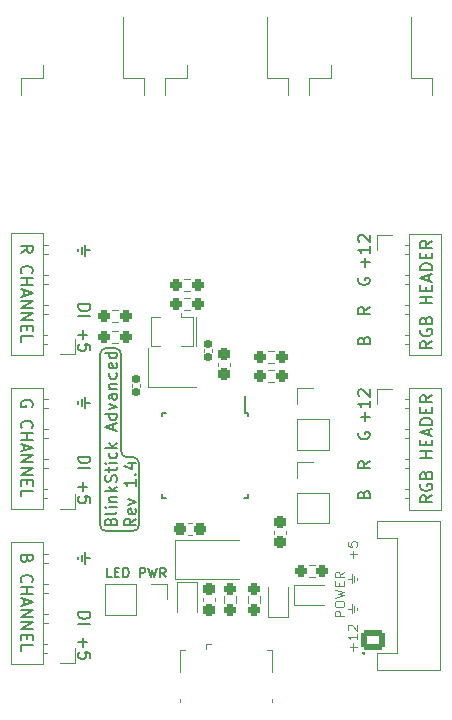
<source format=gto>
G04 #@! TF.GenerationSoftware,KiCad,Pcbnew,(6.0.10)*
G04 #@! TF.CreationDate,2023-08-15T16:43:45+01:00*
G04 #@! TF.ProjectId,BlinkStickAdvanced,426c696e-6b53-4746-9963-6b416476616e,1.4*
G04 #@! TF.SameCoordinates,Original*
G04 #@! TF.FileFunction,Legend,Top*
G04 #@! TF.FilePolarity,Positive*
%FSLAX46Y46*%
G04 Gerber Fmt 4.6, Leading zero omitted, Abs format (unit mm)*
G04 Created by KiCad (PCBNEW (6.0.10)) date 2023-08-15 16:43:45*
%MOMM*%
%LPD*%
G01*
G04 APERTURE LIST*
G04 Aperture macros list*
%AMRoundRect*
0 Rectangle with rounded corners*
0 $1 Rounding radius*
0 $2 $3 $4 $5 $6 $7 $8 $9 X,Y pos of 4 corners*
0 Add a 4 corners polygon primitive as box body*
4,1,4,$2,$3,$4,$5,$6,$7,$8,$9,$2,$3,0*
0 Add four circle primitives for the rounded corners*
1,1,$1+$1,$2,$3*
1,1,$1+$1,$4,$5*
1,1,$1+$1,$6,$7*
1,1,$1+$1,$8,$9*
0 Add four rect primitives between the rounded corners*
20,1,$1+$1,$2,$3,$4,$5,0*
20,1,$1+$1,$4,$5,$6,$7,0*
20,1,$1+$1,$6,$7,$8,$9,0*
20,1,$1+$1,$8,$9,$2,$3,0*%
G04 Aperture macros list end*
%ADD10C,0.150000*%
%ADD11C,0.120000*%
%ADD12RoundRect,0.250000X0.725000X-0.600000X0.725000X0.600000X-0.725000X0.600000X-0.725000X-0.600000X0*%
%ADD13O,1.950000X1.700000*%
%ADD14R,0.450000X0.600000*%
%ADD15R,1.700000X1.700000*%
%ADD16O,1.700000X1.700000*%
%ADD17O,1.200000X1.900000*%
%ADD18C,1.450000*%
%ADD19R,1.500000X1.900000*%
%ADD20R,1.200000X1.900000*%
%ADD21R,0.400000X1.350000*%
%ADD22RoundRect,0.237500X-0.250000X-0.237500X0.250000X-0.237500X0.250000X0.237500X-0.250000X0.237500X0*%
%ADD23C,4.700000*%
%ADD24R,1.400000X1.200000*%
%ADD25RoundRect,0.237500X-0.237500X0.300000X-0.237500X-0.300000X0.237500X-0.300000X0.237500X0.300000X0*%
%ADD26R,1.100000X4.600000*%
%ADD27R,10.800000X9.400000*%
%ADD28RoundRect,0.237500X0.237500X-0.250000X0.237500X0.250000X-0.237500X0.250000X-0.237500X-0.250000X0*%
%ADD29RoundRect,0.237500X-0.237500X0.250000X-0.237500X-0.250000X0.237500X-0.250000X0.237500X0.250000X0*%
%ADD30R,0.400000X1.900000*%
%ADD31RoundRect,0.237500X0.250000X0.237500X-0.250000X0.237500X-0.250000X-0.237500X0.250000X-0.237500X0*%
%ADD32R,1.600000X0.550000*%
%ADD33R,0.550000X1.600000*%
%ADD34RoundRect,0.237500X0.237500X-0.300000X0.237500X0.300000X-0.237500X0.300000X-0.237500X-0.300000X0*%
%ADD35RoundRect,0.237500X0.300000X0.237500X-0.300000X0.237500X-0.300000X-0.237500X0.300000X-0.237500X0*%
%ADD36R,2.500000X1.800000*%
%ADD37RoundRect,0.155000X0.155000X-0.212500X0.155000X0.212500X-0.155000X0.212500X-0.155000X-0.212500X0*%
%ADD38R,0.600000X0.450000*%
%ADD39RoundRect,0.155000X-0.155000X0.212500X-0.155000X-0.212500X0.155000X-0.212500X0.155000X0.212500X0*%
G04 APERTURE END LIST*
D10*
X46482010Y-78380790D02*
G75*
G03*
X46990000Y-78888790I507990J-10D01*
G01*
X49276000Y-78888800D02*
G75*
G03*
X49784000Y-78380790I0J508000D01*
G01*
X46482000Y-78380790D02*
X46482000Y-63906400D01*
X46990000Y-63398400D02*
G75*
G03*
X46482000Y-63906400I0J-508000D01*
G01*
X49784000Y-73152000D02*
G75*
G03*
X49276000Y-72644000I-508000J0D01*
G01*
X49276000Y-78888790D02*
X46990000Y-78888790D01*
X48260000Y-72136000D02*
G75*
G03*
X48768000Y-72644000I508000J0D01*
G01*
X48260000Y-63906400D02*
G75*
G03*
X47752000Y-63398400I-508000J0D01*
G01*
X46990000Y-63398400D02*
X47752000Y-63398400D01*
X48768000Y-72644000D02*
X49276000Y-72644000D01*
X49784000Y-73152000D02*
X49784000Y-78380790D01*
X48260000Y-63906400D02*
X48260000Y-72136000D01*
X68947028Y-69608033D02*
X68947028Y-68846128D01*
X69327980Y-69227080D02*
X68566076Y-69227080D01*
X69327980Y-67846128D02*
X69327980Y-68417557D01*
X69327980Y-68131842D02*
X68327980Y-68131842D01*
X68470838Y-68227080D01*
X68566076Y-68322319D01*
X68613695Y-68417557D01*
X68423219Y-67465176D02*
X68375600Y-67417557D01*
X68327980Y-67322319D01*
X68327980Y-67084223D01*
X68375600Y-66988985D01*
X68423219Y-66941366D01*
X68518457Y-66893747D01*
X68613695Y-66893747D01*
X68756552Y-66941366D01*
X69327980Y-67512795D01*
X69327980Y-66893747D01*
X45229447Y-80702209D02*
X45229447Y-81654590D01*
X44943733Y-80892685D02*
X44943733Y-81464114D01*
X45658019Y-81178400D02*
X45229447Y-81178400D01*
X44658019Y-81273638D02*
X44658019Y-81083161D01*
X74594980Y-62795771D02*
X74118790Y-63129104D01*
X74594980Y-63367200D02*
X73594980Y-63367200D01*
X73594980Y-62986247D01*
X73642600Y-62891009D01*
X73690219Y-62843390D01*
X73785457Y-62795771D01*
X73928314Y-62795771D01*
X74023552Y-62843390D01*
X74071171Y-62891009D01*
X74118790Y-62986247D01*
X74118790Y-63367200D01*
X73642600Y-61843390D02*
X73594980Y-61938628D01*
X73594980Y-62081485D01*
X73642600Y-62224342D01*
X73737838Y-62319580D01*
X73833076Y-62367200D01*
X74023552Y-62414819D01*
X74166409Y-62414819D01*
X74356885Y-62367200D01*
X74452123Y-62319580D01*
X74547361Y-62224342D01*
X74594980Y-62081485D01*
X74594980Y-61986247D01*
X74547361Y-61843390D01*
X74499742Y-61795771D01*
X74166409Y-61795771D01*
X74166409Y-61986247D01*
X74071171Y-61033866D02*
X74118790Y-60891009D01*
X74166409Y-60843390D01*
X74261647Y-60795771D01*
X74404504Y-60795771D01*
X74499742Y-60843390D01*
X74547361Y-60891009D01*
X74594980Y-60986247D01*
X74594980Y-61367200D01*
X73594980Y-61367200D01*
X73594980Y-61033866D01*
X73642600Y-60938628D01*
X73690219Y-60891009D01*
X73785457Y-60843390D01*
X73880695Y-60843390D01*
X73975933Y-60891009D01*
X74023552Y-60938628D01*
X74071171Y-61033866D01*
X74071171Y-61367200D01*
X74594980Y-59605295D02*
X73594980Y-59605295D01*
X74071171Y-59605295D02*
X74071171Y-59033866D01*
X74594980Y-59033866D02*
X73594980Y-59033866D01*
X74071171Y-58557676D02*
X74071171Y-58224342D01*
X74594980Y-58081485D02*
X74594980Y-58557676D01*
X73594980Y-58557676D01*
X73594980Y-58081485D01*
X74309266Y-57700533D02*
X74309266Y-57224342D01*
X74594980Y-57795771D02*
X73594980Y-57462438D01*
X74594980Y-57129104D01*
X74594980Y-56795771D02*
X73594980Y-56795771D01*
X73594980Y-56557676D01*
X73642600Y-56414819D01*
X73737838Y-56319580D01*
X73833076Y-56271961D01*
X74023552Y-56224342D01*
X74166409Y-56224342D01*
X74356885Y-56271961D01*
X74452123Y-56319580D01*
X74547361Y-56414819D01*
X74594980Y-56557676D01*
X74594980Y-56795771D01*
X74071171Y-55795771D02*
X74071171Y-55462438D01*
X74594980Y-55319580D02*
X74594980Y-55795771D01*
X73594980Y-55795771D01*
X73594980Y-55319580D01*
X74594980Y-54319580D02*
X74118790Y-54652914D01*
X74594980Y-54891009D02*
X73594980Y-54891009D01*
X73594980Y-54510057D01*
X73642600Y-54414819D01*
X73690219Y-54367200D01*
X73785457Y-54319580D01*
X73928314Y-54319580D01*
X74023552Y-54367200D01*
X74071171Y-54414819D01*
X74118790Y-54510057D01*
X74118790Y-54891009D01*
X44658019Y-59697400D02*
X45658019Y-59697400D01*
X45658019Y-59935495D01*
X45610400Y-60078352D01*
X45515161Y-60173590D01*
X45419923Y-60221209D01*
X45229447Y-60268828D01*
X45086590Y-60268828D01*
X44896114Y-60221209D01*
X44800876Y-60173590D01*
X44705638Y-60078352D01*
X44658019Y-59935495D01*
X44658019Y-59697400D01*
X44658019Y-60697400D02*
X45658019Y-60697400D01*
X69327980Y-59919276D02*
X68851790Y-60252609D01*
X69327980Y-60490704D02*
X68327980Y-60490704D01*
X68327980Y-60109752D01*
X68375600Y-60014514D01*
X68423219Y-59966895D01*
X68518457Y-59919276D01*
X68661314Y-59919276D01*
X68756552Y-59966895D01*
X68804171Y-60014514D01*
X68851790Y-60109752D01*
X68851790Y-60490704D01*
X47453809Y-82784904D02*
X47072857Y-82784904D01*
X47072857Y-81984904D01*
X47720476Y-82365857D02*
X47987142Y-82365857D01*
X48101428Y-82784904D02*
X47720476Y-82784904D01*
X47720476Y-81984904D01*
X48101428Y-81984904D01*
X48444285Y-82784904D02*
X48444285Y-81984904D01*
X48634761Y-81984904D01*
X48749047Y-82023000D01*
X48825238Y-82099190D01*
X48863333Y-82175380D01*
X48901428Y-82327761D01*
X48901428Y-82442047D01*
X48863333Y-82594428D01*
X48825238Y-82670619D01*
X48749047Y-82746809D01*
X48634761Y-82784904D01*
X48444285Y-82784904D01*
X49853809Y-82784904D02*
X49853809Y-81984904D01*
X50158571Y-81984904D01*
X50234761Y-82023000D01*
X50272857Y-82061095D01*
X50310952Y-82137285D01*
X50310952Y-82251571D01*
X50272857Y-82327761D01*
X50234761Y-82365857D01*
X50158571Y-82403952D01*
X49853809Y-82403952D01*
X50577619Y-81984904D02*
X50768095Y-82784904D01*
X50920476Y-82213476D01*
X51072857Y-82784904D01*
X51263333Y-81984904D01*
X52025238Y-82784904D02*
X51758571Y-82403952D01*
X51568095Y-82784904D02*
X51568095Y-81984904D01*
X51872857Y-81984904D01*
X51949047Y-82023000D01*
X51987142Y-82061095D01*
X52025238Y-82137285D01*
X52025238Y-82251571D01*
X51987142Y-82327761D01*
X51949047Y-82365857D01*
X51872857Y-82403952D01*
X51568095Y-82403952D01*
X47383571Y-78071071D02*
X47431190Y-77928214D01*
X47478809Y-77880595D01*
X47574047Y-77832976D01*
X47716904Y-77832976D01*
X47812142Y-77880595D01*
X47859761Y-77928214D01*
X47907380Y-78023452D01*
X47907380Y-78404404D01*
X46907380Y-78404404D01*
X46907380Y-78071071D01*
X46955000Y-77975833D01*
X47002619Y-77928214D01*
X47097857Y-77880595D01*
X47193095Y-77880595D01*
X47288333Y-77928214D01*
X47335952Y-77975833D01*
X47383571Y-78071071D01*
X47383571Y-78404404D01*
X47907380Y-77261547D02*
X47859761Y-77356785D01*
X47764523Y-77404404D01*
X46907380Y-77404404D01*
X47907380Y-76880595D02*
X47240714Y-76880595D01*
X46907380Y-76880595D02*
X46955000Y-76928214D01*
X47002619Y-76880595D01*
X46955000Y-76832976D01*
X46907380Y-76880595D01*
X47002619Y-76880595D01*
X47240714Y-76404404D02*
X47907380Y-76404404D01*
X47335952Y-76404404D02*
X47288333Y-76356785D01*
X47240714Y-76261547D01*
X47240714Y-76118690D01*
X47288333Y-76023452D01*
X47383571Y-75975833D01*
X47907380Y-75975833D01*
X47907380Y-75499642D02*
X46907380Y-75499642D01*
X47526428Y-75404404D02*
X47907380Y-75118690D01*
X47240714Y-75118690D02*
X47621666Y-75499642D01*
X47859761Y-74737738D02*
X47907380Y-74594880D01*
X47907380Y-74356785D01*
X47859761Y-74261547D01*
X47812142Y-74213928D01*
X47716904Y-74166309D01*
X47621666Y-74166309D01*
X47526428Y-74213928D01*
X47478809Y-74261547D01*
X47431190Y-74356785D01*
X47383571Y-74547261D01*
X47335952Y-74642500D01*
X47288333Y-74690119D01*
X47193095Y-74737738D01*
X47097857Y-74737738D01*
X47002619Y-74690119D01*
X46955000Y-74642500D01*
X46907380Y-74547261D01*
X46907380Y-74309166D01*
X46955000Y-74166309D01*
X47240714Y-73880595D02*
X47240714Y-73499642D01*
X46907380Y-73737738D02*
X47764523Y-73737738D01*
X47859761Y-73690119D01*
X47907380Y-73594880D01*
X47907380Y-73499642D01*
X47907380Y-73166309D02*
X47240714Y-73166309D01*
X46907380Y-73166309D02*
X46955000Y-73213928D01*
X47002619Y-73166309D01*
X46955000Y-73118690D01*
X46907380Y-73166309D01*
X47002619Y-73166309D01*
X47859761Y-72261547D02*
X47907380Y-72356785D01*
X47907380Y-72547261D01*
X47859761Y-72642500D01*
X47812142Y-72690119D01*
X47716904Y-72737738D01*
X47431190Y-72737738D01*
X47335952Y-72690119D01*
X47288333Y-72642500D01*
X47240714Y-72547261D01*
X47240714Y-72356785D01*
X47288333Y-72261547D01*
X47907380Y-71832976D02*
X46907380Y-71832976D01*
X47526428Y-71737738D02*
X47907380Y-71452023D01*
X47240714Y-71452023D02*
X47621666Y-71832976D01*
X47621666Y-70309166D02*
X47621666Y-69832976D01*
X47907380Y-70404404D02*
X46907380Y-70071071D01*
X47907380Y-69737738D01*
X47907380Y-68975833D02*
X46907380Y-68975833D01*
X47859761Y-68975833D02*
X47907380Y-69071071D01*
X47907380Y-69261547D01*
X47859761Y-69356785D01*
X47812142Y-69404404D01*
X47716904Y-69452023D01*
X47431190Y-69452023D01*
X47335952Y-69404404D01*
X47288333Y-69356785D01*
X47240714Y-69261547D01*
X47240714Y-69071071D01*
X47288333Y-68975833D01*
X47240714Y-68594880D02*
X47907380Y-68356785D01*
X47240714Y-68118690D01*
X47907380Y-67309166D02*
X47383571Y-67309166D01*
X47288333Y-67356785D01*
X47240714Y-67452023D01*
X47240714Y-67642500D01*
X47288333Y-67737738D01*
X47859761Y-67309166D02*
X47907380Y-67404404D01*
X47907380Y-67642500D01*
X47859761Y-67737738D01*
X47764523Y-67785357D01*
X47669285Y-67785357D01*
X47574047Y-67737738D01*
X47526428Y-67642500D01*
X47526428Y-67404404D01*
X47478809Y-67309166D01*
X47240714Y-66832976D02*
X47907380Y-66832976D01*
X47335952Y-66832976D02*
X47288333Y-66785357D01*
X47240714Y-66690119D01*
X47240714Y-66547261D01*
X47288333Y-66452023D01*
X47383571Y-66404404D01*
X47907380Y-66404404D01*
X47859761Y-65499642D02*
X47907380Y-65594880D01*
X47907380Y-65785357D01*
X47859761Y-65880595D01*
X47812142Y-65928214D01*
X47716904Y-65975833D01*
X47431190Y-65975833D01*
X47335952Y-65928214D01*
X47288333Y-65880595D01*
X47240714Y-65785357D01*
X47240714Y-65594880D01*
X47288333Y-65499642D01*
X47859761Y-64690119D02*
X47907380Y-64785357D01*
X47907380Y-64975833D01*
X47859761Y-65071071D01*
X47764523Y-65118690D01*
X47383571Y-65118690D01*
X47288333Y-65071071D01*
X47240714Y-64975833D01*
X47240714Y-64785357D01*
X47288333Y-64690119D01*
X47383571Y-64642500D01*
X47478809Y-64642500D01*
X47574047Y-65118690D01*
X47907380Y-63785357D02*
X46907380Y-63785357D01*
X47859761Y-63785357D02*
X47907380Y-63880595D01*
X47907380Y-64071071D01*
X47859761Y-64166309D01*
X47812142Y-64213928D01*
X47716904Y-64261547D01*
X47431190Y-64261547D01*
X47335952Y-64213928D01*
X47288333Y-64166309D01*
X47240714Y-64071071D01*
X47240714Y-63880595D01*
X47288333Y-63785357D01*
X49517380Y-77832976D02*
X49041190Y-78166309D01*
X49517380Y-78404404D02*
X48517380Y-78404404D01*
X48517380Y-78023452D01*
X48565000Y-77928214D01*
X48612619Y-77880595D01*
X48707857Y-77832976D01*
X48850714Y-77832976D01*
X48945952Y-77880595D01*
X48993571Y-77928214D01*
X49041190Y-78023452D01*
X49041190Y-78404404D01*
X49469761Y-77023452D02*
X49517380Y-77118690D01*
X49517380Y-77309166D01*
X49469761Y-77404404D01*
X49374523Y-77452023D01*
X48993571Y-77452023D01*
X48898333Y-77404404D01*
X48850714Y-77309166D01*
X48850714Y-77118690D01*
X48898333Y-77023452D01*
X48993571Y-76975833D01*
X49088809Y-76975833D01*
X49184047Y-77452023D01*
X48850714Y-76642500D02*
X49517380Y-76404404D01*
X48850714Y-76166309D01*
X49517380Y-74499642D02*
X49517380Y-75071071D01*
X49517380Y-74785357D02*
X48517380Y-74785357D01*
X48660238Y-74880595D01*
X48755476Y-74975833D01*
X48803095Y-75071071D01*
X49422142Y-74071071D02*
X49469761Y-74023452D01*
X49517380Y-74071071D01*
X49469761Y-74118690D01*
X49422142Y-74071071D01*
X49517380Y-74071071D01*
X48850714Y-73166309D02*
X49517380Y-73166309D01*
X48469761Y-73404404D02*
X49184047Y-73642500D01*
X49184047Y-73023452D01*
X40305028Y-81235533D02*
X40257409Y-81378390D01*
X40209790Y-81426009D01*
X40114552Y-81473628D01*
X39971695Y-81473628D01*
X39876457Y-81426009D01*
X39828838Y-81378390D01*
X39781219Y-81283152D01*
X39781219Y-80902200D01*
X40781219Y-80902200D01*
X40781219Y-81235533D01*
X40733600Y-81330771D01*
X40685980Y-81378390D01*
X40590742Y-81426009D01*
X40495504Y-81426009D01*
X40400266Y-81378390D01*
X40352647Y-81330771D01*
X40305028Y-81235533D01*
X40305028Y-80902200D01*
X39876457Y-83235533D02*
X39828838Y-83187914D01*
X39781219Y-83045057D01*
X39781219Y-82949819D01*
X39828838Y-82806961D01*
X39924076Y-82711723D01*
X40019314Y-82664104D01*
X40209790Y-82616485D01*
X40352647Y-82616485D01*
X40543123Y-82664104D01*
X40638361Y-82711723D01*
X40733600Y-82806961D01*
X40781219Y-82949819D01*
X40781219Y-83045057D01*
X40733600Y-83187914D01*
X40685980Y-83235533D01*
X39781219Y-83664104D02*
X40781219Y-83664104D01*
X40305028Y-83664104D02*
X40305028Y-84235533D01*
X39781219Y-84235533D02*
X40781219Y-84235533D01*
X40066933Y-84664104D02*
X40066933Y-85140295D01*
X39781219Y-84568866D02*
X40781219Y-84902200D01*
X39781219Y-85235533D01*
X39781219Y-85568866D02*
X40781219Y-85568866D01*
X39781219Y-86140295D01*
X40781219Y-86140295D01*
X39781219Y-86616485D02*
X40781219Y-86616485D01*
X39781219Y-87187914D01*
X40781219Y-87187914D01*
X40305028Y-87664104D02*
X40305028Y-87997438D01*
X39781219Y-88140295D02*
X39781219Y-87664104D01*
X40781219Y-87664104D01*
X40781219Y-88140295D01*
X39781219Y-89045057D02*
X39781219Y-88568866D01*
X40781219Y-88568866D01*
X68375600Y-70557095D02*
X68327980Y-70652333D01*
X68327980Y-70795190D01*
X68375600Y-70938047D01*
X68470838Y-71033285D01*
X68566076Y-71080904D01*
X68756552Y-71128523D01*
X68899409Y-71128523D01*
X69089885Y-71080904D01*
X69185123Y-71033285D01*
X69280361Y-70938047D01*
X69327980Y-70795190D01*
X69327980Y-70699952D01*
X69280361Y-70557095D01*
X69232742Y-70509476D01*
X68899409Y-70509476D01*
X68899409Y-70699952D01*
D11*
X67172904Y-86089419D02*
X66372904Y-86089419D01*
X66372904Y-85784657D01*
X66411000Y-85708466D01*
X66449095Y-85670371D01*
X66525285Y-85632276D01*
X66639571Y-85632276D01*
X66715761Y-85670371D01*
X66753857Y-85708466D01*
X66791952Y-85784657D01*
X66791952Y-86089419D01*
X66372904Y-85137038D02*
X66372904Y-84984657D01*
X66411000Y-84908466D01*
X66487190Y-84832276D01*
X66639571Y-84794180D01*
X66906238Y-84794180D01*
X67058619Y-84832276D01*
X67134809Y-84908466D01*
X67172904Y-84984657D01*
X67172904Y-85137038D01*
X67134809Y-85213228D01*
X67058619Y-85289419D01*
X66906238Y-85327514D01*
X66639571Y-85327514D01*
X66487190Y-85289419D01*
X66411000Y-85213228D01*
X66372904Y-85137038D01*
X66372904Y-84527514D02*
X67172904Y-84337038D01*
X66601476Y-84184657D01*
X67172904Y-84032276D01*
X66372904Y-83841800D01*
X66753857Y-83537038D02*
X66753857Y-83270371D01*
X67172904Y-83156085D02*
X67172904Y-83537038D01*
X66372904Y-83537038D01*
X66372904Y-83156085D01*
X67172904Y-82356085D02*
X66791952Y-82622752D01*
X67172904Y-82813228D02*
X66372904Y-82813228D01*
X66372904Y-82508466D01*
X66411000Y-82432276D01*
X66449095Y-82394180D01*
X66525285Y-82356085D01*
X66639571Y-82356085D01*
X66715761Y-82394180D01*
X66753857Y-82432276D01*
X66791952Y-82508466D01*
X66791952Y-82813228D01*
D10*
X44658019Y-72586400D02*
X45658019Y-72586400D01*
X45658019Y-72824495D01*
X45610400Y-72967352D01*
X45515161Y-73062590D01*
X45419923Y-73110209D01*
X45229447Y-73157828D01*
X45086590Y-73157828D01*
X44896114Y-73110209D01*
X44800876Y-73062590D01*
X44705638Y-72967352D01*
X44658019Y-72824495D01*
X44658019Y-72586400D01*
X44658019Y-73586400D02*
X45658019Y-73586400D01*
X68804171Y-75776771D02*
X68851790Y-75633914D01*
X68899409Y-75586295D01*
X68994647Y-75538676D01*
X69137504Y-75538676D01*
X69232742Y-75586295D01*
X69280361Y-75633914D01*
X69327980Y-75729152D01*
X69327980Y-76110104D01*
X68327980Y-76110104D01*
X68327980Y-75776771D01*
X68375600Y-75681533D01*
X68423219Y-75633914D01*
X68518457Y-75586295D01*
X68613695Y-75586295D01*
X68708933Y-75633914D01*
X68756552Y-75681533D01*
X68804171Y-75776771D01*
X68804171Y-76110104D01*
X69327980Y-72998676D02*
X68851790Y-73332009D01*
X69327980Y-73570104D02*
X68327980Y-73570104D01*
X68327980Y-73189152D01*
X68375600Y-73093914D01*
X68423219Y-73046295D01*
X68518457Y-72998676D01*
X68661314Y-72998676D01*
X68756552Y-73046295D01*
X68804171Y-73093914D01*
X68851790Y-73189152D01*
X68851790Y-73570104D01*
X44658019Y-85758400D02*
X45658019Y-85758400D01*
X45658019Y-85996495D01*
X45610400Y-86139352D01*
X45515161Y-86234590D01*
X45419923Y-86282209D01*
X45229447Y-86329828D01*
X45086590Y-86329828D01*
X44896114Y-86282209D01*
X44800876Y-86234590D01*
X44705638Y-86139352D01*
X44658019Y-85996495D01*
X44658019Y-85758400D01*
X44658019Y-86758400D02*
X45658019Y-86758400D01*
X74594980Y-75876771D02*
X74118790Y-76210104D01*
X74594980Y-76448200D02*
X73594980Y-76448200D01*
X73594980Y-76067247D01*
X73642600Y-75972009D01*
X73690219Y-75924390D01*
X73785457Y-75876771D01*
X73928314Y-75876771D01*
X74023552Y-75924390D01*
X74071171Y-75972009D01*
X74118790Y-76067247D01*
X74118790Y-76448200D01*
X73642600Y-74924390D02*
X73594980Y-75019628D01*
X73594980Y-75162485D01*
X73642600Y-75305342D01*
X73737838Y-75400580D01*
X73833076Y-75448200D01*
X74023552Y-75495819D01*
X74166409Y-75495819D01*
X74356885Y-75448200D01*
X74452123Y-75400580D01*
X74547361Y-75305342D01*
X74594980Y-75162485D01*
X74594980Y-75067247D01*
X74547361Y-74924390D01*
X74499742Y-74876771D01*
X74166409Y-74876771D01*
X74166409Y-75067247D01*
X74071171Y-74114866D02*
X74118790Y-73972009D01*
X74166409Y-73924390D01*
X74261647Y-73876771D01*
X74404504Y-73876771D01*
X74499742Y-73924390D01*
X74547361Y-73972009D01*
X74594980Y-74067247D01*
X74594980Y-74448200D01*
X73594980Y-74448200D01*
X73594980Y-74114866D01*
X73642600Y-74019628D01*
X73690219Y-73972009D01*
X73785457Y-73924390D01*
X73880695Y-73924390D01*
X73975933Y-73972009D01*
X74023552Y-74019628D01*
X74071171Y-74114866D01*
X74071171Y-74448200D01*
X74594980Y-72686295D02*
X73594980Y-72686295D01*
X74071171Y-72686295D02*
X74071171Y-72114866D01*
X74594980Y-72114866D02*
X73594980Y-72114866D01*
X74071171Y-71638676D02*
X74071171Y-71305342D01*
X74594980Y-71162485D02*
X74594980Y-71638676D01*
X73594980Y-71638676D01*
X73594980Y-71162485D01*
X74309266Y-70781533D02*
X74309266Y-70305342D01*
X74594980Y-70876771D02*
X73594980Y-70543438D01*
X74594980Y-70210104D01*
X74594980Y-69876771D02*
X73594980Y-69876771D01*
X73594980Y-69638676D01*
X73642600Y-69495819D01*
X73737838Y-69400580D01*
X73833076Y-69352961D01*
X74023552Y-69305342D01*
X74166409Y-69305342D01*
X74356885Y-69352961D01*
X74452123Y-69400580D01*
X74547361Y-69495819D01*
X74594980Y-69638676D01*
X74594980Y-69876771D01*
X74071171Y-68876771D02*
X74071171Y-68543438D01*
X74594980Y-68400580D02*
X74594980Y-68876771D01*
X73594980Y-68876771D01*
X73594980Y-68400580D01*
X74594980Y-67400580D02*
X74118790Y-67733914D01*
X74594980Y-67972009D02*
X73594980Y-67972009D01*
X73594980Y-67591057D01*
X73642600Y-67495819D01*
X73690219Y-67448200D01*
X73785457Y-67400580D01*
X73928314Y-67400580D01*
X74023552Y-67448200D01*
X74071171Y-67495819D01*
X74118790Y-67591057D01*
X74118790Y-67972009D01*
D11*
X67934942Y-81162114D02*
X67934942Y-80552590D01*
X68239704Y-80857352D02*
X67630180Y-80857352D01*
X67439704Y-79790685D02*
X67439704Y-80171638D01*
X67820657Y-80209733D01*
X67782561Y-80171638D01*
X67744466Y-80095447D01*
X67744466Y-79904971D01*
X67782561Y-79828780D01*
X67820657Y-79790685D01*
X67896847Y-79752590D01*
X68087323Y-79752590D01*
X68163514Y-79790685D01*
X68201609Y-79828780D01*
X68239704Y-79904971D01*
X68239704Y-80095447D01*
X68201609Y-80171638D01*
X68163514Y-80209733D01*
X67782561Y-85861152D02*
X67782561Y-85099247D01*
X68011133Y-85708771D02*
X68011133Y-85251628D01*
X67439704Y-85480200D02*
X67782561Y-85480200D01*
X68239704Y-85404009D02*
X68239704Y-85556390D01*
X67782561Y-83321152D02*
X67782561Y-82559247D01*
X68011133Y-83168771D02*
X68011133Y-82711628D01*
X67439704Y-82940200D02*
X67782561Y-82940200D01*
X68239704Y-82864009D02*
X68239704Y-83016390D01*
D10*
X45229447Y-67530209D02*
X45229447Y-68482590D01*
X44943733Y-67720685D02*
X44943733Y-68292114D01*
X45658019Y-68006400D02*
X45229447Y-68006400D01*
X44658019Y-68101638D02*
X44658019Y-67911161D01*
X39781219Y-55311628D02*
X40257409Y-54978295D01*
X39781219Y-54740200D02*
X40781219Y-54740200D01*
X40781219Y-55121152D01*
X40733600Y-55216390D01*
X40685980Y-55264009D01*
X40590742Y-55311628D01*
X40447885Y-55311628D01*
X40352647Y-55264009D01*
X40305028Y-55216390D01*
X40257409Y-55121152D01*
X40257409Y-54740200D01*
X39876457Y-57073533D02*
X39828838Y-57025914D01*
X39781219Y-56883057D01*
X39781219Y-56787819D01*
X39828838Y-56644961D01*
X39924076Y-56549723D01*
X40019314Y-56502104D01*
X40209790Y-56454485D01*
X40352647Y-56454485D01*
X40543123Y-56502104D01*
X40638361Y-56549723D01*
X40733600Y-56644961D01*
X40781219Y-56787819D01*
X40781219Y-56883057D01*
X40733600Y-57025914D01*
X40685980Y-57073533D01*
X39781219Y-57502104D02*
X40781219Y-57502104D01*
X40305028Y-57502104D02*
X40305028Y-58073533D01*
X39781219Y-58073533D02*
X40781219Y-58073533D01*
X40066933Y-58502104D02*
X40066933Y-58978295D01*
X39781219Y-58406866D02*
X40781219Y-58740200D01*
X39781219Y-59073533D01*
X39781219Y-59406866D02*
X40781219Y-59406866D01*
X39781219Y-59978295D01*
X40781219Y-59978295D01*
X39781219Y-60454485D02*
X40781219Y-60454485D01*
X39781219Y-61025914D01*
X40781219Y-61025914D01*
X40305028Y-61502104D02*
X40305028Y-61835438D01*
X39781219Y-61978295D02*
X39781219Y-61502104D01*
X40781219Y-61502104D01*
X40781219Y-61978295D01*
X39781219Y-62883057D02*
X39781219Y-62406866D01*
X40781219Y-62406866D01*
X68375600Y-57477695D02*
X68327980Y-57572933D01*
X68327980Y-57715790D01*
X68375600Y-57858647D01*
X68470838Y-57953885D01*
X68566076Y-58001504D01*
X68756552Y-58049123D01*
X68899409Y-58049123D01*
X69089885Y-58001504D01*
X69185123Y-57953885D01*
X69280361Y-57858647D01*
X69327980Y-57715790D01*
X69327980Y-57620552D01*
X69280361Y-57477695D01*
X69232742Y-57430076D01*
X68899409Y-57430076D01*
X68899409Y-57620552D01*
X68947028Y-56528633D02*
X68947028Y-55766728D01*
X69327980Y-56147680D02*
X68566076Y-56147680D01*
X69327980Y-54766728D02*
X69327980Y-55338157D01*
X69327980Y-55052442D02*
X68327980Y-55052442D01*
X68470838Y-55147680D01*
X68566076Y-55242919D01*
X68613695Y-55338157D01*
X68423219Y-54385776D02*
X68375600Y-54338157D01*
X68327980Y-54242919D01*
X68327980Y-54004823D01*
X68375600Y-53909585D01*
X68423219Y-53861966D01*
X68518457Y-53814347D01*
X68613695Y-53814347D01*
X68756552Y-53861966D01*
X69327980Y-54433395D01*
X69327980Y-53814347D01*
X45038971Y-74769257D02*
X45038971Y-75531161D01*
X44658019Y-75150209D02*
X45419923Y-75150209D01*
X45658019Y-76483542D02*
X45658019Y-76007352D01*
X45181828Y-75959733D01*
X45229447Y-76007352D01*
X45277066Y-76102590D01*
X45277066Y-76340685D01*
X45229447Y-76435923D01*
X45181828Y-76483542D01*
X45086590Y-76531161D01*
X44848495Y-76531161D01*
X44753257Y-76483542D01*
X44705638Y-76435923D01*
X44658019Y-76340685D01*
X44658019Y-76102590D01*
X44705638Y-76007352D01*
X44753257Y-75959733D01*
X45038971Y-87941257D02*
X45038971Y-88703161D01*
X44658019Y-88322209D02*
X45419923Y-88322209D01*
X45658019Y-89655542D02*
X45658019Y-89179352D01*
X45181828Y-89131733D01*
X45229447Y-89179352D01*
X45277066Y-89274590D01*
X45277066Y-89512685D01*
X45229447Y-89607923D01*
X45181828Y-89655542D01*
X45086590Y-89703161D01*
X44848495Y-89703161D01*
X44753257Y-89655542D01*
X44705638Y-89607923D01*
X44658019Y-89512685D01*
X44658019Y-89274590D01*
X44705638Y-89179352D01*
X44753257Y-89131733D01*
X45229447Y-54641209D02*
X45229447Y-55593590D01*
X44943733Y-54831685D02*
X44943733Y-55403114D01*
X45658019Y-55117400D02*
X45229447Y-55117400D01*
X44658019Y-55212638D02*
X44658019Y-55022161D01*
X68804171Y-62697371D02*
X68851790Y-62554514D01*
X68899409Y-62506895D01*
X68994647Y-62459276D01*
X69137504Y-62459276D01*
X69232742Y-62506895D01*
X69280361Y-62554514D01*
X69327980Y-62649752D01*
X69327980Y-63030704D01*
X68327980Y-63030704D01*
X68327980Y-62697371D01*
X68375600Y-62602133D01*
X68423219Y-62554514D01*
X68518457Y-62506895D01*
X68613695Y-62506895D01*
X68708933Y-62554514D01*
X68756552Y-62602133D01*
X68804171Y-62697371D01*
X68804171Y-63030704D01*
X45038971Y-61880257D02*
X45038971Y-62642161D01*
X44658019Y-62261209D02*
X45419923Y-62261209D01*
X45658019Y-63594542D02*
X45658019Y-63118352D01*
X45181828Y-63070733D01*
X45229447Y-63118352D01*
X45277066Y-63213590D01*
X45277066Y-63451685D01*
X45229447Y-63546923D01*
X45181828Y-63594542D01*
X45086590Y-63642161D01*
X44848495Y-63642161D01*
X44753257Y-63594542D01*
X44705638Y-63546923D01*
X44658019Y-63451685D01*
X44658019Y-63213590D01*
X44705638Y-63118352D01*
X44753257Y-63070733D01*
D11*
X67934942Y-89010666D02*
X67934942Y-88401142D01*
X68239704Y-88705904D02*
X67630180Y-88705904D01*
X68239704Y-87601142D02*
X68239704Y-88058285D01*
X68239704Y-87829714D02*
X67439704Y-87829714D01*
X67553990Y-87905904D01*
X67630180Y-87982095D01*
X67668276Y-88058285D01*
X67515895Y-87296380D02*
X67477800Y-87258285D01*
X67439704Y-87182095D01*
X67439704Y-86991619D01*
X67477800Y-86915428D01*
X67515895Y-86877333D01*
X67592085Y-86839238D01*
X67668276Y-86839238D01*
X67782561Y-86877333D01*
X68239704Y-87334476D01*
X68239704Y-86839238D01*
D10*
X40733600Y-68345009D02*
X40781219Y-68249771D01*
X40781219Y-68106914D01*
X40733600Y-67964057D01*
X40638361Y-67868819D01*
X40543123Y-67821200D01*
X40352647Y-67773580D01*
X40209790Y-67773580D01*
X40019314Y-67821200D01*
X39924076Y-67868819D01*
X39828838Y-67964057D01*
X39781219Y-68106914D01*
X39781219Y-68202152D01*
X39828838Y-68345009D01*
X39876457Y-68392628D01*
X40209790Y-68392628D01*
X40209790Y-68202152D01*
X39876457Y-70154533D02*
X39828838Y-70106914D01*
X39781219Y-69964057D01*
X39781219Y-69868819D01*
X39828838Y-69725961D01*
X39924076Y-69630723D01*
X40019314Y-69583104D01*
X40209790Y-69535485D01*
X40352647Y-69535485D01*
X40543123Y-69583104D01*
X40638361Y-69630723D01*
X40733600Y-69725961D01*
X40781219Y-69868819D01*
X40781219Y-69964057D01*
X40733600Y-70106914D01*
X40685980Y-70154533D01*
X39781219Y-70583104D02*
X40781219Y-70583104D01*
X40305028Y-70583104D02*
X40305028Y-71154533D01*
X39781219Y-71154533D02*
X40781219Y-71154533D01*
X40066933Y-71583104D02*
X40066933Y-72059295D01*
X39781219Y-71487866D02*
X40781219Y-71821200D01*
X39781219Y-72154533D01*
X39781219Y-72487866D02*
X40781219Y-72487866D01*
X39781219Y-73059295D01*
X40781219Y-73059295D01*
X39781219Y-73535485D02*
X40781219Y-73535485D01*
X39781219Y-74106914D01*
X40781219Y-74106914D01*
X40305028Y-74583104D02*
X40305028Y-74916438D01*
X39781219Y-75059295D02*
X39781219Y-74583104D01*
X40781219Y-74583104D01*
X40781219Y-75059295D01*
X39781219Y-75964057D02*
X39781219Y-75487866D01*
X40781219Y-75487866D01*
X68719914Y-89188000D02*
X68791342Y-89116571D01*
X68862771Y-89188000D01*
X68791342Y-89259428D01*
X68719914Y-89188000D01*
X68862771Y-89188000D01*
D11*
X75304200Y-90638000D02*
X69944200Y-90638000D01*
X69954200Y-79438000D02*
X71644200Y-79438000D01*
X75304200Y-78018000D02*
X69954200Y-78018000D01*
X71644200Y-79438000D02*
X71644200Y-84328000D01*
X69944200Y-90638000D02*
X69944200Y-89218000D01*
X71644200Y-89218000D02*
X71644200Y-84328000D01*
X69944200Y-89218000D02*
X71634200Y-89218000D01*
X69954200Y-79438000D02*
X69954200Y-78018000D01*
X75304200Y-84328000D02*
X75304200Y-90638000D01*
X75304200Y-84328000D02*
X75304200Y-78018000D01*
X62386750Y-86185500D02*
X62386750Y-83635500D01*
X60686750Y-86185500D02*
X62386750Y-86185500D01*
X60686750Y-86185500D02*
X60686750Y-83635500D01*
X41644600Y-77051200D02*
X41644600Y-66771200D01*
X44354600Y-76991200D02*
X43084600Y-76991200D01*
X41974600Y-76101200D02*
X41644600Y-76101200D01*
X42041671Y-73561200D02*
X41644600Y-73561200D01*
X42041671Y-72801200D02*
X41644600Y-72801200D01*
X38984600Y-66771200D02*
X38984600Y-77051200D01*
X41644600Y-66771200D02*
X38984600Y-66771200D01*
X38984600Y-77051200D02*
X41644600Y-77051200D01*
X42041671Y-67721200D02*
X41644600Y-67721200D01*
X42041671Y-68481200D02*
X41644600Y-68481200D01*
X42041671Y-71021200D02*
X41644600Y-71021200D01*
X42041671Y-70261200D02*
X41644600Y-70261200D01*
X41974600Y-75341200D02*
X41644600Y-75341200D01*
X44354600Y-75721200D02*
X44354600Y-76991200D01*
X63186000Y-74371200D02*
X63186000Y-73041200D01*
X63186000Y-75641200D02*
X63186000Y-78241200D01*
X65846000Y-75641200D02*
X65846000Y-78241200D01*
X63186000Y-75641200D02*
X65846000Y-75641200D01*
X63186000Y-73041200D02*
X64516000Y-73041200D01*
X63186000Y-78241200D02*
X65846000Y-78241200D01*
X61056000Y-93374300D02*
X61056000Y-93124300D01*
X61056000Y-88974300D02*
X60606000Y-88974300D01*
X55456000Y-88424300D02*
X55906000Y-88424300D01*
X53256000Y-90824300D02*
X53256000Y-88974300D01*
X53256000Y-88974300D02*
X53706000Y-88974300D01*
X55456000Y-88424300D02*
X55456000Y-88874300D01*
X61056000Y-90824300D02*
X61056000Y-88974300D01*
X53256000Y-93374300D02*
X53256000Y-93124300D01*
X72264529Y-73581200D02*
X72661600Y-73581200D01*
X72661600Y-66791200D02*
X72661600Y-77071200D01*
X72661600Y-77071200D02*
X75321600Y-77071200D01*
X75321600Y-66791200D02*
X72661600Y-66791200D01*
X75321600Y-77071200D02*
X75321600Y-66791200D01*
X72264529Y-70281200D02*
X72661600Y-70281200D01*
X72331600Y-68501200D02*
X72661600Y-68501200D01*
X72264529Y-72821200D02*
X72661600Y-72821200D01*
X72264529Y-75361200D02*
X72661600Y-75361200D01*
X69951600Y-68121200D02*
X69951600Y-66851200D01*
X69951600Y-66851200D02*
X71221600Y-66851200D01*
X72331600Y-67741200D02*
X72661600Y-67741200D01*
X72264529Y-71041200D02*
X72661600Y-71041200D01*
X72264529Y-76121200D02*
X72661600Y-76121200D01*
X42041671Y-59720200D02*
X41644600Y-59720200D01*
X42041671Y-60480200D02*
X41644600Y-60480200D01*
X38984600Y-53690200D02*
X38984600Y-63970200D01*
X44354600Y-62640200D02*
X44354600Y-63910200D01*
X41974600Y-63020200D02*
X41644600Y-63020200D01*
X41644600Y-53690200D02*
X38984600Y-53690200D01*
X41644600Y-63970200D02*
X41644600Y-53690200D01*
X42041671Y-55400200D02*
X41644600Y-55400200D01*
X42041671Y-57940200D02*
X41644600Y-57940200D01*
X42041671Y-57180200D02*
X41644600Y-57180200D01*
X42041671Y-54640200D02*
X41644600Y-54640200D01*
X41974600Y-62260200D02*
X41644600Y-62260200D01*
X44354600Y-63910200D02*
X43084600Y-63910200D01*
X38984600Y-63970200D02*
X41644600Y-63970200D01*
X60705276Y-66308500D02*
X61214724Y-66308500D01*
X60705276Y-65263500D02*
X61214724Y-65263500D01*
X47497276Y-61228500D02*
X48006724Y-61228500D01*
X47497276Y-60183500D02*
X48006724Y-60183500D01*
X72661600Y-64017200D02*
X75321600Y-64017200D01*
X72264529Y-63067200D02*
X72661600Y-63067200D01*
X72264529Y-57987200D02*
X72661600Y-57987200D01*
X72264529Y-59767200D02*
X72661600Y-59767200D01*
X75321600Y-53737200D02*
X72661600Y-53737200D01*
X75321600Y-64017200D02*
X75321600Y-53737200D01*
X69951600Y-55067200D02*
X69951600Y-53797200D01*
X72661600Y-53737200D02*
X72661600Y-64017200D01*
X72264529Y-57227200D02*
X72661600Y-57227200D01*
X72264529Y-60527200D02*
X72661600Y-60527200D01*
X72264529Y-62307200D02*
X72661600Y-62307200D01*
X72331600Y-55447200D02*
X72661600Y-55447200D01*
X72331600Y-54687200D02*
X72661600Y-54687200D01*
X69951600Y-53797200D02*
X71221600Y-53797200D01*
X50578000Y-63374000D02*
X50578000Y-66674000D01*
X50578000Y-66674000D02*
X54578000Y-66674000D01*
X61212000Y-78847733D02*
X61212000Y-79140267D01*
X62232000Y-78847733D02*
X62232000Y-79140267D01*
X63186000Y-68117800D02*
X63186000Y-66787800D01*
X63186000Y-71987800D02*
X65846000Y-71987800D01*
X65846000Y-69387800D02*
X65846000Y-71987800D01*
X63186000Y-69387800D02*
X63186000Y-71987800D01*
X63186000Y-66787800D02*
X64516000Y-66787800D01*
X63186000Y-69387800D02*
X65846000Y-69387800D01*
X64192800Y-40512600D02*
X66002800Y-40512600D01*
X64192800Y-42012600D02*
X64192800Y-40512600D01*
X74592800Y-42012600D02*
X74592800Y-40512600D01*
X66002800Y-40512600D02*
X66002800Y-39412600D01*
X72782800Y-40512600D02*
X72782800Y-35387600D01*
X74592800Y-40512600D02*
X72782800Y-40512600D01*
X49536000Y-86002000D02*
X46936000Y-86002000D01*
X46936000Y-83342000D02*
X46936000Y-86002000D01*
X49536000Y-83342000D02*
X46936000Y-83342000D01*
X50806000Y-83342000D02*
X52136000Y-83342000D01*
X52136000Y-83342000D02*
X52136000Y-84672000D01*
X49536000Y-83342000D02*
X49536000Y-86002000D01*
X60682776Y-63612500D02*
X61192224Y-63612500D01*
X60682776Y-64657500D02*
X61192224Y-64657500D01*
X57995250Y-84940224D02*
X57995250Y-84430776D01*
X56950250Y-84940224D02*
X56950250Y-84430776D01*
X58982250Y-84430776D02*
X58982250Y-84940224D01*
X60027250Y-84430776D02*
X60027250Y-84940224D01*
X53378000Y-60807000D02*
X54378000Y-60807000D01*
X50778000Y-63207000D02*
X50778000Y-61207000D01*
X54578000Y-63207000D02*
X54578000Y-61207000D01*
X54378000Y-63207000D02*
X53378000Y-63207000D01*
X51578000Y-63207000D02*
X50778000Y-63207000D01*
X54378000Y-61207000D02*
X54378000Y-63207000D01*
X54578000Y-61207000D02*
X54578000Y-60807000D01*
X50778000Y-61207000D02*
X50778000Y-60807000D01*
X54378000Y-61207000D02*
X54378000Y-60807000D01*
X53378000Y-60807000D02*
X53378000Y-60407000D01*
X50778000Y-60807000D02*
X51578000Y-60807000D01*
X64643724Y-81773500D02*
X64134276Y-81773500D01*
X64643724Y-82818500D02*
X64134276Y-82818500D01*
X60590800Y-40512600D02*
X60590800Y-35387600D01*
X52000800Y-40512600D02*
X53810800Y-40512600D01*
X62400800Y-40512600D02*
X60590800Y-40512600D01*
X62400800Y-42012600D02*
X62400800Y-40512600D01*
X52000800Y-42012600D02*
X52000800Y-40512600D01*
X53810800Y-40512600D02*
X53810800Y-39412600D01*
X53593276Y-57516500D02*
X54102724Y-57516500D01*
X53593276Y-58561500D02*
X54102724Y-58561500D01*
X57507600Y-64623733D02*
X57507600Y-64916267D01*
X56487600Y-64623733D02*
X56487600Y-64916267D01*
D10*
X51753000Y-68855000D02*
X51753000Y-69180000D01*
X59003000Y-68855000D02*
X59003000Y-69180000D01*
X58778000Y-68855000D02*
X58778000Y-67430000D01*
X51753000Y-76105000D02*
X52078000Y-76105000D01*
X59003000Y-76105000D02*
X59003000Y-75780000D01*
X51753000Y-76105000D02*
X51753000Y-75780000D01*
X59003000Y-68855000D02*
X58778000Y-68855000D01*
X59003000Y-76105000D02*
X58678000Y-76105000D01*
X51753000Y-68855000D02*
X52078000Y-68855000D01*
D11*
X53593276Y-60212500D02*
X54102724Y-60212500D01*
X53593276Y-59167500D02*
X54102724Y-59167500D01*
X54698000Y-83235500D02*
X52998000Y-83235500D01*
X54698000Y-83235500D02*
X54698000Y-85785500D01*
X52998000Y-83235500D02*
X52998000Y-85785500D01*
X56204750Y-84831767D02*
X56204750Y-84539233D01*
X55184750Y-84831767D02*
X55184750Y-84539233D01*
X41644600Y-90132200D02*
X41644600Y-79852200D01*
X42041671Y-80802200D02*
X41644600Y-80802200D01*
X38984600Y-79852200D02*
X38984600Y-90132200D01*
X42041671Y-86642200D02*
X41644600Y-86642200D01*
X44354600Y-88802200D02*
X44354600Y-90072200D01*
X42041671Y-84102200D02*
X41644600Y-84102200D01*
X41644600Y-79852200D02*
X38984600Y-79852200D01*
X42041671Y-85882200D02*
X41644600Y-85882200D01*
X44354600Y-90072200D02*
X43084600Y-90072200D01*
X42041671Y-81562200D02*
X41644600Y-81562200D01*
X42041671Y-83342200D02*
X41644600Y-83342200D01*
X41974600Y-89182200D02*
X41644600Y-89182200D01*
X38984600Y-90132200D02*
X41644600Y-90132200D01*
X41974600Y-88422200D02*
X41644600Y-88422200D01*
X47497276Y-61961500D02*
X48006724Y-61961500D01*
X47497276Y-63006500D02*
X48006724Y-63006500D01*
X54248267Y-79250000D02*
X53955733Y-79250000D01*
X54248267Y-78230000D02*
X53955733Y-78230000D01*
X48398800Y-40512600D02*
X48398800Y-35387600D01*
X50208800Y-42012600D02*
X50208800Y-40512600D01*
X41618800Y-40512600D02*
X41618800Y-39412600D01*
X39808800Y-40512600D02*
X41618800Y-40512600D01*
X50208800Y-40512600D02*
X48398800Y-40512600D01*
X39808800Y-42012600D02*
X39808800Y-40512600D01*
X52861000Y-79630000D02*
X52861000Y-82930000D01*
X52861000Y-79630000D02*
X58261000Y-79630000D01*
X52861000Y-82930000D02*
X58261000Y-82930000D01*
X49170000Y-66663835D02*
X49170000Y-66432165D01*
X49890000Y-66663835D02*
X49890000Y-66432165D01*
X62889000Y-85178000D02*
X65439000Y-85178000D01*
X62889000Y-83478000D02*
X65439000Y-83478000D01*
X62889000Y-83478000D02*
X62889000Y-85178000D01*
X55986000Y-63490665D02*
X55986000Y-63722335D01*
X55266000Y-63490665D02*
X55266000Y-63722335D01*
%LPC*%
D12*
X69554200Y-88078000D03*
D13*
X69554200Y-85578000D03*
X69554200Y-83078000D03*
X69554200Y-80578000D03*
D14*
X61536750Y-85735500D03*
X61536750Y-83635500D03*
D15*
X43084600Y-75721200D03*
D16*
X43084600Y-73181200D03*
X43084600Y-70641200D03*
X43084600Y-68101200D03*
D15*
X64516000Y-74371200D03*
D16*
X64516000Y-76911200D03*
D17*
X60656000Y-91974300D03*
D18*
X59656000Y-89274300D03*
D19*
X58156000Y-91974300D03*
D17*
X53656000Y-91974300D03*
D19*
X56156000Y-91974300D03*
D20*
X60056000Y-91974300D03*
D18*
X54656000Y-89274300D03*
D20*
X54256000Y-91974300D03*
D21*
X58456000Y-89274300D03*
X57806000Y-89274300D03*
X57156000Y-89274300D03*
X56506000Y-89274300D03*
X55856000Y-89274300D03*
D15*
X71221600Y-68121200D03*
D16*
X71221600Y-70661200D03*
X71221600Y-73201200D03*
X71221600Y-75741200D03*
D15*
X43084600Y-62640200D03*
D16*
X43084600Y-60100200D03*
X43084600Y-57560200D03*
X43084600Y-55020200D03*
D22*
X60047500Y-65786000D03*
X61872500Y-65786000D03*
D23*
X65198000Y-89935000D03*
X49114000Y-89935000D03*
D22*
X46839500Y-60706000D03*
X48664500Y-60706000D03*
D15*
X71221600Y-55067200D03*
D16*
X71221600Y-57607200D03*
X71221600Y-60147200D03*
X71221600Y-62687200D03*
D24*
X51478000Y-64174000D03*
X53678000Y-64174000D03*
X53678000Y-65874000D03*
X51478000Y-65874000D03*
D25*
X61722000Y-79856500D03*
X61722000Y-78131500D03*
D15*
X64516000Y-68117800D03*
D16*
X64516000Y-70657800D03*
D26*
X66852800Y-37687600D03*
D27*
X69392800Y-46837600D03*
D26*
X71932800Y-37687600D03*
D15*
X50806000Y-84672000D03*
D16*
X48266000Y-84672000D03*
D22*
X60025000Y-64135000D03*
X61850000Y-64135000D03*
D28*
X57472750Y-85598000D03*
X57472750Y-83773000D03*
D29*
X59504750Y-83773000D03*
X59504750Y-85598000D03*
D30*
X51378000Y-62007000D03*
X52578000Y-62007000D03*
X53778000Y-62007000D03*
D31*
X65301500Y-82296000D03*
X63476500Y-82296000D03*
D26*
X54660800Y-37687600D03*
D27*
X57200800Y-46837600D03*
D26*
X59740800Y-37687600D03*
D22*
X52935500Y-58039000D03*
X54760500Y-58039000D03*
D25*
X56997600Y-63907500D03*
X56997600Y-65632500D03*
D32*
X59628000Y-69680000D03*
X59628000Y-70480000D03*
X59628000Y-71280000D03*
X59628000Y-72080000D03*
X59628000Y-72880000D03*
X59628000Y-73680000D03*
X59628000Y-74480000D03*
X59628000Y-75280000D03*
D33*
X58178000Y-76730000D03*
X57378000Y-76730000D03*
X56578000Y-76730000D03*
X55778000Y-76730000D03*
X54978000Y-76730000D03*
X54178000Y-76730000D03*
X53378000Y-76730000D03*
X52578000Y-76730000D03*
D32*
X51128000Y-75280000D03*
X51128000Y-74480000D03*
X51128000Y-73680000D03*
X51128000Y-72880000D03*
X51128000Y-72080000D03*
X51128000Y-71280000D03*
X51128000Y-70480000D03*
X51128000Y-69680000D03*
D33*
X52578000Y-68230000D03*
X53378000Y-68230000D03*
X54178000Y-68230000D03*
X54978000Y-68230000D03*
X55778000Y-68230000D03*
X56578000Y-68230000D03*
X57378000Y-68230000D03*
X58178000Y-68230000D03*
D22*
X52935500Y-59690000D03*
X54760500Y-59690000D03*
D23*
X49114000Y-56935100D03*
D14*
X53848000Y-85785500D03*
X53848000Y-83685500D03*
D34*
X55694750Y-85548000D03*
X55694750Y-83823000D03*
D15*
X43084600Y-88802200D03*
D16*
X43084600Y-86262200D03*
X43084600Y-83722200D03*
X43084600Y-81182200D03*
D22*
X46839500Y-62484000D03*
X48664500Y-62484000D03*
D35*
X54964500Y-78740000D03*
X53239500Y-78740000D03*
D23*
X65198000Y-56935100D03*
D26*
X42468800Y-37687600D03*
D27*
X45008800Y-46837600D03*
D26*
X47548800Y-37687600D03*
D36*
X58261000Y-81280000D03*
X54261000Y-81280000D03*
D37*
X49530000Y-65980500D03*
X49530000Y-67115500D03*
D38*
X63339000Y-84328000D03*
X65439000Y-84328000D03*
D39*
X55626000Y-64174000D03*
X55626000Y-63039000D03*
M02*

</source>
